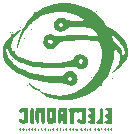
<source format=gbr>
%TF.GenerationSoftware,KiCad,Pcbnew,8.0.7*%
%TF.CreationDate,2025-03-15T06:07:22+02:00*%
%TF.ProjectId,power_supply,706f7765-725f-4737-9570-706c792e6b69,v1.0*%
%TF.SameCoordinates,Original*%
%TF.FileFunction,Legend,Bot*%
%TF.FilePolarity,Positive*%
%FSLAX46Y46*%
G04 Gerber Fmt 4.6, Leading zero omitted, Abs format (unit mm)*
G04 Created by KiCad (PCBNEW 8.0.7) date 2025-03-15 06:07:22*
%MOMM*%
%LPD*%
G01*
G04 APERTURE LIST*
%ADD10C,0.000000*%
G04 APERTURE END LIST*
D10*
%TO.C,G\u002A\u002A\u002A*%
G36*
X155261733Y-82914067D02*
G01*
X155219400Y-82956400D01*
X155177066Y-82914067D01*
X155219400Y-82871734D01*
X155261733Y-82914067D01*
G37*
G36*
X155431066Y-82914067D02*
G01*
X155388733Y-82956400D01*
X155346400Y-82914067D01*
X155388733Y-82871734D01*
X155431066Y-82914067D01*
G37*
G36*
X155431066Y-85200067D02*
G01*
X155388733Y-85242400D01*
X155346400Y-85200067D01*
X155388733Y-85157734D01*
X155431066Y-85200067D01*
G37*
G36*
X156108400Y-82490734D02*
G01*
X156066066Y-82533067D01*
X156023733Y-82490734D01*
X156066066Y-82448400D01*
X156108400Y-82490734D01*
G37*
G36*
X156447066Y-83422067D02*
G01*
X156404733Y-83464400D01*
X156362400Y-83422067D01*
X156404733Y-83379734D01*
X156447066Y-83422067D01*
G37*
G36*
X156701066Y-87401400D02*
G01*
X156658733Y-87443734D01*
X156616400Y-87401400D01*
X156658733Y-87359067D01*
X156701066Y-87401400D01*
G37*
G36*
X157039733Y-82660067D02*
G01*
X156997400Y-82702400D01*
X156955066Y-82660067D01*
X156997400Y-82617734D01*
X157039733Y-82660067D01*
G37*
G36*
X162119733Y-86724067D02*
G01*
X162077400Y-86766400D01*
X162035066Y-86724067D01*
X162077400Y-86681734D01*
X162119733Y-86724067D01*
G37*
G36*
X162543066Y-81136067D02*
G01*
X162500733Y-81178400D01*
X162458400Y-81136067D01*
X162500733Y-81093734D01*
X162543066Y-81136067D01*
G37*
G36*
X163897733Y-86808734D02*
G01*
X163855400Y-86851067D01*
X163813066Y-86808734D01*
X163855400Y-86766400D01*
X163897733Y-86808734D01*
G37*
G36*
X156609716Y-91119678D02*
G01*
X156603729Y-91205552D01*
X156565247Y-91230803D01*
X156548469Y-91200849D01*
X156558563Y-91068525D01*
X156589038Y-91029336D01*
X156609716Y-91119678D01*
G37*
G36*
X157625716Y-91119678D02*
G01*
X157619729Y-91205552D01*
X157581247Y-91230803D01*
X157564469Y-91200849D01*
X157574563Y-91068525D01*
X157605038Y-91029336D01*
X157625716Y-91119678D01*
G37*
G36*
X158641716Y-91119678D02*
G01*
X158635729Y-91205552D01*
X158597247Y-91230803D01*
X158580469Y-91200849D01*
X158590563Y-91068525D01*
X158621038Y-91029336D01*
X158641716Y-91119678D01*
G37*
G36*
X159742382Y-91119678D02*
G01*
X159736396Y-91205552D01*
X159697914Y-91230803D01*
X159681136Y-91200849D01*
X159691230Y-91068525D01*
X159721705Y-91029336D01*
X159742382Y-91119678D01*
G37*
G36*
X161774382Y-91119678D02*
G01*
X161768396Y-91205552D01*
X161729914Y-91230803D01*
X161713136Y-91200849D01*
X161723230Y-91068525D01*
X161753705Y-91029336D01*
X161774382Y-91119678D01*
G37*
G36*
X162953031Y-91084400D02*
G01*
X162941229Y-91200870D01*
X162910327Y-91190234D01*
X162899144Y-91151909D01*
X162910327Y-90978567D01*
X162939726Y-90964205D01*
X162953031Y-91084400D01*
G37*
G36*
X156062682Y-91014062D02*
G01*
X156108400Y-91126734D01*
X156098848Y-91185157D01*
X156023733Y-91253734D01*
X155984784Y-91239405D01*
X155939066Y-91126734D01*
X155948619Y-91068310D01*
X156023733Y-90999734D01*
X156062682Y-91014062D01*
G37*
G36*
X156358335Y-91014326D02*
G01*
X156418844Y-91126734D01*
X156405873Y-91185661D01*
X156305955Y-91253734D01*
X156253576Y-91239141D01*
X156193066Y-91126734D01*
X156206038Y-91067806D01*
X156305955Y-90999734D01*
X156358335Y-91014326D01*
G37*
G36*
X156832190Y-91013957D02*
G01*
X156870400Y-91126734D01*
X156862498Y-91184956D01*
X156799844Y-91253734D01*
X156767498Y-91239510D01*
X156729289Y-91126734D01*
X156737191Y-91068511D01*
X156799844Y-90999734D01*
X156832190Y-91013957D01*
G37*
G36*
X157078682Y-91014062D02*
G01*
X157124400Y-91126734D01*
X157114848Y-91185157D01*
X157039733Y-91253734D01*
X157000784Y-91239405D01*
X156955066Y-91126734D01*
X156964619Y-91068310D01*
X157039733Y-90999734D01*
X157078682Y-91014062D01*
G37*
G36*
X157332682Y-91014062D02*
G01*
X157378400Y-91126734D01*
X157368848Y-91185157D01*
X157293733Y-91253734D01*
X157254784Y-91239405D01*
X157209066Y-91126734D01*
X157218619Y-91068310D01*
X157293733Y-90999734D01*
X157332682Y-91014062D01*
G37*
G36*
X157835373Y-91014731D02*
G01*
X157917018Y-91126734D01*
X157931595Y-91191311D01*
X157892801Y-91253734D01*
X157852760Y-91238736D01*
X157771115Y-91126734D01*
X157756538Y-91062156D01*
X157795332Y-90999734D01*
X157835373Y-91014731D01*
G37*
G36*
X158179349Y-91014062D02*
G01*
X158225066Y-91126734D01*
X158215514Y-91185157D01*
X158140400Y-91253734D01*
X158101451Y-91239405D01*
X158055733Y-91126734D01*
X158065285Y-91068310D01*
X158140400Y-90999734D01*
X158179349Y-91014062D01*
G37*
G36*
X158460952Y-91013771D02*
G01*
X158479066Y-91126734D01*
X158469828Y-91185117D01*
X158397057Y-91253734D01*
X158362022Y-91235755D01*
X158363782Y-91126734D01*
X158391198Y-91065939D01*
X158445792Y-90999734D01*
X158460952Y-91013771D01*
G37*
G36*
X158864190Y-91013957D02*
G01*
X158902400Y-91126734D01*
X158894498Y-91184956D01*
X158831844Y-91253734D01*
X158799498Y-91239510D01*
X158761289Y-91126734D01*
X158769191Y-91068511D01*
X158831844Y-90999734D01*
X158864190Y-91013957D01*
G37*
G36*
X159195349Y-91014062D02*
G01*
X159241066Y-91126734D01*
X159231514Y-91185157D01*
X159156400Y-91253734D01*
X159117451Y-91239405D01*
X159071733Y-91126734D01*
X159081285Y-91068310D01*
X159156400Y-90999734D01*
X159195349Y-91014062D01*
G37*
G36*
X159450758Y-91014041D02*
G01*
X159495066Y-91126734D01*
X159491389Y-91184596D01*
X159461792Y-91253734D01*
X159439877Y-91238135D01*
X159379782Y-91126734D01*
X159366472Y-91061795D01*
X159413057Y-90999734D01*
X159450758Y-91014041D01*
G37*
G36*
X160020675Y-91017505D02*
G01*
X160033684Y-91126734D01*
X160001898Y-91186355D01*
X159909341Y-91253734D01*
X159874639Y-91239475D01*
X159833733Y-91126734D01*
X159848145Y-91067565D01*
X159958076Y-90999734D01*
X160020675Y-91017505D01*
G37*
G36*
X160296016Y-91014062D02*
G01*
X160341733Y-91126734D01*
X160332181Y-91185157D01*
X160257066Y-91253734D01*
X160218117Y-91239405D01*
X160172400Y-91126734D01*
X160181952Y-91068310D01*
X160257066Y-90999734D01*
X160296016Y-91014062D01*
G37*
G36*
X160550016Y-91014062D02*
G01*
X160595733Y-91126734D01*
X160586181Y-91185157D01*
X160511066Y-91253734D01*
X160472117Y-91239405D01*
X160426400Y-91126734D01*
X160435952Y-91068310D01*
X160511066Y-90999734D01*
X160550016Y-91014062D01*
G37*
G36*
X160853023Y-91014185D02*
G01*
X160906178Y-91126734D01*
X160894938Y-91185392D01*
X160807400Y-91253734D01*
X160761776Y-91239282D01*
X160708622Y-91126734D01*
X160719862Y-91068075D01*
X160807400Y-90999734D01*
X160853023Y-91014185D01*
G37*
G36*
X161220578Y-91014695D02*
G01*
X161303684Y-91126734D01*
X161313492Y-91197636D01*
X161228076Y-91253734D01*
X161170146Y-91239013D01*
X161103733Y-91126734D01*
X161112222Y-91068443D01*
X161179341Y-90999734D01*
X161220578Y-91014695D01*
G37*
G36*
X161566016Y-91014062D02*
G01*
X161611733Y-91126734D01*
X161602181Y-91185157D01*
X161527066Y-91253734D01*
X161488117Y-91239405D01*
X161442400Y-91126734D01*
X161451952Y-91068310D01*
X161527066Y-90999734D01*
X161566016Y-91014062D01*
G37*
G36*
X161996857Y-91013957D02*
G01*
X162035066Y-91126734D01*
X162027165Y-91184956D01*
X161964511Y-91253734D01*
X161932165Y-91239510D01*
X161893955Y-91126734D01*
X161901857Y-91068511D01*
X161964511Y-90999734D01*
X161996857Y-91013957D01*
G37*
G36*
X162412682Y-91014062D02*
G01*
X162458400Y-91126734D01*
X162448848Y-91185157D01*
X162373733Y-91253734D01*
X162334784Y-91239405D01*
X162289066Y-91126734D01*
X162298619Y-91068310D01*
X162373733Y-90999734D01*
X162412682Y-91014062D01*
G37*
G36*
X162729294Y-91014485D02*
G01*
X162797066Y-91126734D01*
X162782315Y-91185961D01*
X162670066Y-91253734D01*
X162610839Y-91238982D01*
X162543066Y-91126734D01*
X162557818Y-91067506D01*
X162670066Y-90999734D01*
X162729294Y-91014485D01*
G37*
G36*
X163259349Y-91014062D02*
G01*
X163305066Y-91126734D01*
X163295514Y-91185157D01*
X163220400Y-91253734D01*
X163181451Y-91239405D01*
X163135733Y-91126734D01*
X163145285Y-91068310D01*
X163220400Y-90999734D01*
X163259349Y-91014062D01*
G37*
G36*
X163513349Y-91014062D02*
G01*
X163559066Y-91126734D01*
X163549514Y-91185157D01*
X163474400Y-91253734D01*
X163435451Y-91239405D01*
X163389733Y-91126734D01*
X163399285Y-91068310D01*
X163474400Y-90999734D01*
X163513349Y-91014062D01*
G37*
G36*
X163767349Y-91014062D02*
G01*
X163813066Y-91126734D01*
X163803514Y-91185157D01*
X163728400Y-91253734D01*
X163689451Y-91239405D01*
X163643733Y-91126734D01*
X163653285Y-91068310D01*
X163728400Y-90999734D01*
X163767349Y-91014062D01*
G37*
G36*
X157084379Y-89308893D02*
G01*
X157151703Y-89342898D01*
X157189249Y-89443999D01*
X157205531Y-89646257D01*
X157209066Y-89983734D01*
X157208443Y-90162318D01*
X157199942Y-90431613D01*
X157174667Y-90581795D01*
X157124102Y-90646926D01*
X157039733Y-90661067D01*
X156995087Y-90658574D01*
X156927763Y-90624569D01*
X156890218Y-90523468D01*
X156873935Y-90321210D01*
X156870400Y-89983734D01*
X156871023Y-89805149D01*
X156879524Y-89535854D01*
X156904800Y-89385672D01*
X156955364Y-89320541D01*
X157039733Y-89306400D01*
X157084379Y-89308893D01*
G37*
G36*
X162993078Y-89339034D02*
G01*
X163029846Y-89434865D01*
X163046900Y-89637251D01*
X163051066Y-89977525D01*
X163051066Y-90661067D01*
X162748525Y-90661067D01*
X162609569Y-90655663D01*
X162488742Y-90613749D01*
X162474518Y-90512900D01*
X162508346Y-90435109D01*
X162628893Y-90364552D01*
X162639501Y-90364033D01*
X162709149Y-90312071D01*
X162746642Y-90153245D01*
X162759939Y-89856709D01*
X162761493Y-89763284D01*
X162779681Y-89506626D01*
X162825128Y-89371736D01*
X162908105Y-89321516D01*
X162929765Y-89318420D01*
X162993078Y-89339034D01*
G37*
G36*
X162373733Y-89988844D02*
G01*
X162373733Y-90671289D01*
X162056233Y-90645011D01*
X162049558Y-90644445D01*
X161815556Y-90593043D01*
X161738733Y-90491734D01*
X161761281Y-90424928D01*
X161886900Y-90389612D01*
X161970031Y-90383976D01*
X162035066Y-90283778D01*
X162019428Y-90221132D01*
X161908066Y-90153067D01*
X161834006Y-90121638D01*
X161781066Y-89983734D01*
X161800781Y-89887580D01*
X161881871Y-89835567D01*
X161941351Y-89823451D01*
X162015080Y-89708567D01*
X162014017Y-89621702D01*
X161914275Y-89560400D01*
X161849321Y-89544172D01*
X161781066Y-89433400D01*
X161781602Y-89421834D01*
X161858227Y-89333940D01*
X162077400Y-89306400D01*
X162373733Y-89306400D01*
X162373733Y-89988844D01*
G37*
G36*
X156684258Y-89890149D02*
G01*
X156690812Y-90154131D01*
X156684069Y-90407840D01*
X156663772Y-90551467D01*
X156554040Y-90634514D01*
X156299580Y-90645052D01*
X156152554Y-90626241D01*
X156008316Y-90561304D01*
X155954345Y-90428234D01*
X155969214Y-90280639D01*
X156095456Y-90237734D01*
X156196055Y-90256106D01*
X156298840Y-90343387D01*
X156314821Y-90347064D01*
X156335418Y-90230332D01*
X156349784Y-90004720D01*
X156350089Y-89841162D01*
X156326759Y-89637603D01*
X156279288Y-89560400D01*
X156257708Y-89563103D01*
X156193066Y-89645067D01*
X156176578Y-89685789D01*
X156060178Y-89729734D01*
X155976169Y-89696218D01*
X155954345Y-89539234D01*
X155989837Y-89426073D01*
X156096012Y-89363718D01*
X156320066Y-89348734D01*
X156658733Y-89348734D01*
X156684258Y-89890149D01*
G37*
G36*
X163813066Y-89977845D02*
G01*
X163812233Y-90187323D01*
X163802696Y-90442912D01*
X163774456Y-90585920D01*
X163717688Y-90652498D01*
X163622566Y-90678799D01*
X163582904Y-90682830D01*
X163381052Y-90656186D01*
X163208707Y-90575776D01*
X163135733Y-90471367D01*
X163167366Y-90434057D01*
X163305066Y-90407067D01*
X163403814Y-90383495D01*
X163474400Y-90280067D01*
X163459648Y-90220840D01*
X163347400Y-90153067D01*
X163273339Y-90121638D01*
X163220400Y-89983734D01*
X163243972Y-89884986D01*
X163347400Y-89814400D01*
X163406151Y-89805507D01*
X163471719Y-89726492D01*
X163431481Y-89615425D01*
X163296548Y-89533640D01*
X163176811Y-89474040D01*
X163181041Y-89397414D01*
X163304193Y-89333280D01*
X163521730Y-89306400D01*
X163813066Y-89306400D01*
X163813066Y-89977845D01*
G37*
G36*
X157741034Y-89322836D02*
G01*
X158098066Y-89348734D01*
X158123591Y-89890149D01*
X158130373Y-90154162D01*
X158124330Y-90405609D01*
X158105082Y-90546316D01*
X158072692Y-90596494D01*
X157931390Y-90661067D01*
X157896696Y-90655536D01*
X157838897Y-90587075D01*
X157809764Y-90414605D01*
X157801733Y-90105737D01*
X157794259Y-89847978D01*
X157765301Y-89649110D01*
X157717066Y-89602734D01*
X157679388Y-89679560D01*
X157645471Y-89885217D01*
X157632400Y-90164272D01*
X157630468Y-90342886D01*
X157613346Y-90547411D01*
X157569984Y-90636953D01*
X157490175Y-90646093D01*
X157413452Y-90601715D01*
X157350465Y-90451502D01*
X157313854Y-90165489D01*
X157305367Y-89998454D01*
X157308048Y-89708965D01*
X157331879Y-89504607D01*
X157337861Y-89481717D01*
X157394590Y-89362787D01*
X157511053Y-89317791D01*
X157741034Y-89322836D01*
G37*
G36*
X159061707Y-90154162D02*
G01*
X159055663Y-90405609D01*
X159036415Y-90546316D01*
X159032098Y-90555525D01*
X158905028Y-90632399D01*
X158660932Y-90661067D01*
X158644578Y-90661033D01*
X158460171Y-90647559D01*
X158346485Y-90588591D01*
X158289908Y-90453364D01*
X158276824Y-90211114D01*
X158288964Y-89936403D01*
X158563733Y-89936403D01*
X158566920Y-90040396D01*
X158596959Y-90255067D01*
X158648400Y-90364734D01*
X158677604Y-90363056D01*
X158718391Y-90243760D01*
X158733066Y-89988730D01*
X158727135Y-89831643D01*
X158696457Y-89636598D01*
X158648400Y-89560400D01*
X158623778Y-89576713D01*
X158580759Y-89710923D01*
X158563733Y-89936403D01*
X158288964Y-89936403D01*
X158293619Y-89831077D01*
X158325226Y-89297421D01*
X158677313Y-89323077D01*
X159029400Y-89348734D01*
X159054925Y-89890149D01*
X159057457Y-89988730D01*
X159061707Y-90154162D01*
G37*
G36*
X159985461Y-90004900D02*
G01*
X159991698Y-90186232D01*
X159993200Y-90446070D01*
X159973195Y-90588667D01*
X159923841Y-90648755D01*
X159837295Y-90661067D01*
X159777000Y-90655803D01*
X159685088Y-90581910D01*
X159654383Y-90385900D01*
X159644365Y-90110734D01*
X159590230Y-90363700D01*
X159515155Y-90544670D01*
X159384895Y-90645784D01*
X159353344Y-90650252D01*
X159290638Y-90630886D01*
X159258235Y-90539592D01*
X159249687Y-90344019D01*
X159258547Y-90011818D01*
X159270706Y-89687400D01*
X159495066Y-89687400D01*
X159504619Y-89745824D01*
X159579733Y-89814400D01*
X159618682Y-89800072D01*
X159664400Y-89687400D01*
X159654848Y-89628977D01*
X159579733Y-89560400D01*
X159540784Y-89574728D01*
X159495066Y-89687400D01*
X159270706Y-89687400D01*
X159283400Y-89348734D01*
X159622066Y-89348734D01*
X159960733Y-89348734D01*
X159973496Y-89687400D01*
X159985461Y-90004900D01*
G37*
G36*
X161611733Y-89933337D02*
G01*
X161611654Y-89965017D01*
X161602430Y-90269286D01*
X161580874Y-90499745D01*
X161551259Y-90608652D01*
X161542799Y-90615149D01*
X161407179Y-90645175D01*
X161191426Y-90643930D01*
X161076542Y-90629758D01*
X160922774Y-90565211D01*
X160865011Y-90428234D01*
X160863537Y-90415809D01*
X160906344Y-90271599D01*
X161024035Y-90232316D01*
X161146920Y-90323781D01*
X161188890Y-90376434D01*
X161255874Y-90368957D01*
X161291046Y-90221561D01*
X161287251Y-89953136D01*
X161275781Y-89822097D01*
X161246605Y-89661654D01*
X161190631Y-89622014D01*
X161084495Y-89670622D01*
X161071517Y-89678176D01*
X160936723Y-89729295D01*
X160873949Y-89666234D01*
X160848584Y-89623945D01*
X160715678Y-89560400D01*
X160699787Y-89561887D01*
X160637846Y-89623758D01*
X160605228Y-89797225D01*
X160595733Y-90110734D01*
X160591188Y-90394446D01*
X160569132Y-90567513D01*
X160518040Y-90643915D01*
X160426400Y-90661067D01*
X160339104Y-90646295D01*
X160285852Y-90574613D01*
X160262344Y-90408565D01*
X160257066Y-90110734D01*
X160246935Y-89844140D01*
X160216643Y-89638158D01*
X160172400Y-89560400D01*
X160135428Y-89548183D01*
X160087733Y-89439448D01*
X160120672Y-89380894D01*
X160240354Y-89343325D01*
X160474229Y-89323977D01*
X160849733Y-89318495D01*
X161611733Y-89318495D01*
X161611733Y-89933337D01*
G37*
G36*
X155264185Y-84071048D02*
G01*
X155350648Y-84403671D01*
X155426619Y-84494567D01*
X155533063Y-84512023D01*
X155570753Y-84494894D01*
X155573758Y-84539678D01*
X155581563Y-84650752D01*
X155713612Y-84805635D01*
X155942976Y-84973475D01*
X156237419Y-85131001D01*
X156564701Y-85254944D01*
X156671252Y-85285100D01*
X157157200Y-85390220D01*
X157692925Y-85463474D01*
X158251288Y-85505600D01*
X158805150Y-85517339D01*
X159327372Y-85499430D01*
X159715155Y-85460257D01*
X160990824Y-85460257D01*
X161022236Y-85513218D01*
X161146066Y-85581067D01*
X161155013Y-85580734D01*
X161272355Y-85504332D01*
X161324322Y-85353572D01*
X161279430Y-85214897D01*
X161228972Y-85185415D01*
X161101936Y-85211665D01*
X161002275Y-85320519D01*
X160990824Y-85460257D01*
X159715155Y-85460257D01*
X159790815Y-85452614D01*
X160168341Y-85377629D01*
X160432812Y-85275216D01*
X160557087Y-85146115D01*
X160605455Y-85038767D01*
X160799992Y-84852730D01*
X161067544Y-84773280D01*
X161360912Y-84808328D01*
X161632900Y-84965786D01*
X161687219Y-85029690D01*
X161769410Y-85270723D01*
X161765874Y-85353572D01*
X161757213Y-85556497D01*
X161649266Y-85816228D01*
X161517713Y-85927614D01*
X161265653Y-86002197D01*
X160992031Y-85988789D01*
X160770061Y-85881920D01*
X160711621Y-85838481D01*
X160550636Y-85800050D01*
X160297727Y-85838414D01*
X160292012Y-85839734D01*
X160001636Y-85881301D01*
X159589282Y-85908556D01*
X159100461Y-85921580D01*
X158580688Y-85920456D01*
X158075477Y-85905264D01*
X157630340Y-85876088D01*
X157290791Y-85833008D01*
X157212165Y-85818543D01*
X156907260Y-85761680D01*
X156707824Y-85719414D01*
X156563164Y-85677620D01*
X156422586Y-85622174D01*
X156235400Y-85538953D01*
X156149190Y-85501695D01*
X155930597Y-85419216D01*
X155794624Y-85385411D01*
X155757959Y-85378929D01*
X155736121Y-85312956D01*
X155745255Y-85292714D01*
X155699719Y-85242400D01*
X155689190Y-85241566D01*
X155552816Y-85163958D01*
X155375627Y-84994340D01*
X155198479Y-84781307D01*
X155062229Y-84573452D01*
X155007733Y-84419369D01*
X154988852Y-84298242D01*
X154923066Y-84226400D01*
X154842397Y-84289363D01*
X154842680Y-84458549D01*
X154912414Y-84699747D01*
X155038672Y-84978737D01*
X155208532Y-85261298D01*
X155409068Y-85513210D01*
X155589715Y-85670486D01*
X155953569Y-85903308D01*
X156403089Y-86128926D01*
X156891150Y-86324429D01*
X157370626Y-86466905D01*
X157438308Y-86481976D01*
X157854300Y-86551513D01*
X158331236Y-86603308D01*
X158778802Y-86627089D01*
X159146800Y-86630067D01*
X159392758Y-86618805D01*
X159554071Y-86583969D01*
X159673287Y-86516307D01*
X159792954Y-86406567D01*
X159861144Y-86344574D01*
X160147106Y-86193365D01*
X160429086Y-86190455D01*
X160671576Y-86329181D01*
X160839072Y-86602879D01*
X160847826Y-86628720D01*
X160879094Y-86829900D01*
X160885476Y-86870964D01*
X160807426Y-87105016D01*
X160688880Y-87286034D01*
X160576348Y-87387067D01*
X160411334Y-87428341D01*
X160114896Y-87418241D01*
X159871082Y-87319426D01*
X159805326Y-87282267D01*
X159524353Y-87216119D01*
X159085033Y-87192426D01*
X158689609Y-87174454D01*
X158023778Y-87090062D01*
X157338800Y-86948987D01*
X156951488Y-86837878D01*
X160101921Y-86837878D01*
X160121285Y-86981728D01*
X160257066Y-87020400D01*
X160264644Y-87020355D01*
X160395460Y-86978498D01*
X160411122Y-86829900D01*
X160366596Y-86711471D01*
X160257066Y-86639400D01*
X160172211Y-86680959D01*
X160103011Y-86829900D01*
X160101921Y-86837878D01*
X156951488Y-86837878D01*
X156697263Y-86764948D01*
X156161757Y-86551665D01*
X155729531Y-86325326D01*
X155394670Y-86098786D01*
X155118268Y-85836358D01*
X154847614Y-85495684D01*
X154771961Y-85387365D01*
X154652372Y-85166724D01*
X154597546Y-84933253D01*
X154584400Y-84609213D01*
X154585596Y-84490470D01*
X154612361Y-84192587D01*
X154672332Y-84013032D01*
X154941156Y-84013032D01*
X154951289Y-84113511D01*
X154976755Y-84126757D01*
X155007733Y-84057067D01*
X155001623Y-84012245D01*
X154951289Y-84000622D01*
X154941156Y-84013032D01*
X154672332Y-84013032D01*
X154692859Y-83951575D01*
X154851458Y-83682915D01*
X154969989Y-83515083D01*
X155125321Y-83326974D01*
X155231971Y-83236194D01*
X155277687Y-83205476D01*
X155290006Y-83095695D01*
X155271494Y-83057136D01*
X155297379Y-83055009D01*
X155324516Y-83062589D01*
X155464205Y-83019946D01*
X155661434Y-82906842D01*
X155772017Y-82834789D01*
X155971520Y-82728460D01*
X156057608Y-82720370D01*
X156019243Y-82806066D01*
X155845390Y-82981091D01*
X155530766Y-83325367D01*
X155327146Y-83703212D01*
X155266578Y-84057067D01*
X155264185Y-84071048D01*
G37*
G36*
X163488191Y-82449559D02*
G01*
X163805078Y-82658133D01*
X164082558Y-82824921D01*
X164471460Y-83135249D01*
X164802792Y-83485066D01*
X165025742Y-83825768D01*
X165092051Y-84002798D01*
X165158969Y-84407639D01*
X165150059Y-84606856D01*
X165140462Y-84821453D01*
X165035943Y-85166996D01*
X164968082Y-85286188D01*
X164678899Y-85667111D01*
X164321648Y-86010122D01*
X163957210Y-86253881D01*
X163601400Y-86431598D01*
X163820048Y-86239166D01*
X164102992Y-85955701D01*
X164371115Y-85561582D01*
X164488615Y-85181088D01*
X164452129Y-84827457D01*
X164258293Y-84513930D01*
X164026186Y-84268734D01*
X163971378Y-84873925D01*
X163929311Y-85209748D01*
X163749024Y-85942575D01*
X163462652Y-86586013D01*
X163081778Y-87110937D01*
X163055657Y-87140047D01*
X162949728Y-87293400D01*
X162936992Y-87386104D01*
X162951090Y-87411445D01*
X162884939Y-87443734D01*
X162824739Y-87462942D01*
X162656404Y-87569090D01*
X162450535Y-87737100D01*
X162266602Y-87888820D01*
X161696711Y-88237395D01*
X161037956Y-88499506D01*
X160341733Y-88652833D01*
X160286262Y-88658811D01*
X159932081Y-88664222D01*
X159498607Y-88634100D01*
X159056050Y-88575134D01*
X158674620Y-88494012D01*
X158622773Y-88478355D01*
X158316845Y-88350349D01*
X157955453Y-88157083D01*
X157580484Y-87925706D01*
X157233824Y-87683368D01*
X156957358Y-87457216D01*
X156792972Y-87274400D01*
X156763770Y-87224999D01*
X156748514Y-87168137D01*
X156829903Y-87217970D01*
X157020256Y-87380234D01*
X157108628Y-87457138D01*
X157333535Y-87629262D01*
X157502682Y-87704676D01*
X157659860Y-87705662D01*
X157681536Y-87706671D01*
X157680022Y-87773843D01*
X157718547Y-87847773D01*
X157886464Y-87941891D01*
X158147248Y-88043118D01*
X158464043Y-88138899D01*
X158799995Y-88216674D01*
X159118248Y-88263886D01*
X159184170Y-88269342D01*
X159895284Y-88240528D01*
X160575029Y-88061771D01*
X161204140Y-87750546D01*
X161763349Y-87324330D01*
X162233392Y-86800598D01*
X162595004Y-86196827D01*
X162828918Y-85530491D01*
X162915868Y-84819067D01*
X162914169Y-84498132D01*
X162887974Y-84128736D01*
X162826092Y-83883223D01*
X162720442Y-83734996D01*
X162562944Y-83657459D01*
X162470550Y-83640208D01*
X162193614Y-83615945D01*
X161810708Y-83600809D01*
X161362554Y-83594756D01*
X160889869Y-83597743D01*
X160433374Y-83609725D01*
X160033787Y-83630659D01*
X159731827Y-83660502D01*
X159489512Y-83705785D01*
X159455789Y-83712087D01*
X159276094Y-83786176D01*
X159197114Y-83892834D01*
X159148940Y-84003539D01*
X158950112Y-84212227D01*
X158680910Y-84311843D01*
X158392381Y-84290650D01*
X158135576Y-84136910D01*
X158029197Y-83981264D01*
X157977748Y-83700421D01*
X158004109Y-83597513D01*
X158419438Y-83597513D01*
X158422834Y-83755042D01*
X158495259Y-83848018D01*
X158648657Y-83881484D01*
X158783338Y-83790223D01*
X158789574Y-83705785D01*
X158702945Y-83591182D01*
X158568039Y-83520481D01*
X158451208Y-83543059D01*
X158419438Y-83597513D01*
X158004109Y-83597513D01*
X158050784Y-83415301D01*
X158241777Y-83184440D01*
X158352565Y-83106398D01*
X158474834Y-83058886D01*
X158622162Y-83078747D01*
X158860615Y-83163776D01*
X158929914Y-83188573D01*
X159237893Y-83261449D01*
X159478904Y-83260977D01*
X159646506Y-83230091D01*
X160063803Y-83184699D01*
X160560709Y-83158046D01*
X161078934Y-83151480D01*
X161560186Y-83166347D01*
X161946176Y-83203992D01*
X161993304Y-83211182D01*
X162289581Y-83250406D01*
X162507515Y-83269197D01*
X162602817Y-83263538D01*
X162602822Y-83263482D01*
X163834057Y-83263482D01*
X163852985Y-83443234D01*
X163872363Y-83499023D01*
X164005652Y-83712495D01*
X164201403Y-83915536D01*
X164265336Y-83970593D01*
X164463556Y-84168901D01*
X164592921Y-84338870D01*
X164617342Y-84390864D01*
X164690422Y-84625172D01*
X164743551Y-84903734D01*
X164792804Y-85284734D01*
X164851145Y-84988400D01*
X164876107Y-84606856D01*
X164772086Y-84195857D01*
X164519388Y-83788614D01*
X164109400Y-83366293D01*
X164066620Y-83329426D01*
X163904486Y-83225781D01*
X163834057Y-83263482D01*
X162602822Y-83263482D01*
X162606889Y-83220568D01*
X162549249Y-83074980D01*
X162437771Y-82887079D01*
X162303721Y-82714281D01*
X162179211Y-82629597D01*
X161868340Y-82535072D01*
X161414717Y-82475066D01*
X160832415Y-82452087D01*
X160752419Y-82451798D01*
X160438472Y-82458628D01*
X160235493Y-82487832D01*
X160094979Y-82551087D01*
X159968430Y-82660067D01*
X159711591Y-82826598D01*
X159397168Y-82861680D01*
X159090572Y-82739933D01*
X158975633Y-82604366D01*
X158903841Y-82349895D01*
X158907112Y-82306780D01*
X159292700Y-82306780D01*
X159380337Y-82399060D01*
X159506331Y-82438400D01*
X159629882Y-82418799D01*
X159664400Y-82279067D01*
X159639016Y-82173863D01*
X159504125Y-82109734D01*
X159449356Y-82115537D01*
X159324601Y-82191482D01*
X159292700Y-82306780D01*
X158907112Y-82306780D01*
X158924898Y-82072337D01*
X159042522Y-81841234D01*
X159229208Y-81731496D01*
X159487495Y-81687884D01*
X159741894Y-81714401D01*
X159918400Y-81813400D01*
X159966430Y-81853732D01*
X160118314Y-81904782D01*
X160379802Y-81932221D01*
X160780430Y-81940400D01*
X160951015Y-81938572D01*
X161242807Y-81925040D01*
X161435445Y-81901202D01*
X161493856Y-81870495D01*
X161491026Y-81866669D01*
X161386753Y-81790685D01*
X161176237Y-81667503D01*
X160901483Y-81521846D01*
X160489186Y-81350515D01*
X159791604Y-81199565D01*
X159061856Y-81192881D01*
X158338762Y-81333319D01*
X158271478Y-81354598D01*
X157950474Y-81476510D01*
X157655372Y-81617470D01*
X157419442Y-81758144D01*
X157275955Y-81879196D01*
X157258181Y-81961292D01*
X157257209Y-81985744D01*
X157151211Y-81995433D01*
X157056382Y-82011991D01*
X157010100Y-82136545D01*
X157008656Y-82215765D01*
X156974637Y-82242193D01*
X156896255Y-82241113D01*
X156779611Y-82328603D01*
X156686806Y-82453607D01*
X156673811Y-82557464D01*
X156688122Y-82591444D01*
X156634251Y-82586433D01*
X156585538Y-82585074D01*
X156467010Y-82690115D01*
X156323738Y-82905464D01*
X156173510Y-83198558D01*
X156034115Y-83536836D01*
X155923343Y-83887734D01*
X155913460Y-83924993D01*
X155844820Y-84150820D01*
X155795147Y-84257807D01*
X155774614Y-84223022D01*
X155778183Y-84120532D01*
X155834993Y-83774517D01*
X155946147Y-83363069D01*
X156093612Y-82947043D01*
X156259353Y-82587294D01*
X156400298Y-82357678D01*
X156638886Y-82026314D01*
X156889267Y-81724934D01*
X156904503Y-81708137D01*
X157089742Y-81485078D01*
X157205734Y-81309799D01*
X157227934Y-81218971D01*
X157211219Y-81193284D01*
X157269601Y-81210323D01*
X157314777Y-81218099D01*
X157483204Y-81170760D01*
X157698493Y-81053641D01*
X157969737Y-80892011D01*
X158669441Y-80606090D01*
X159424016Y-80456485D01*
X160199031Y-80445016D01*
X160960052Y-80573501D01*
X161672649Y-80843758D01*
X161720294Y-80868695D01*
X161982854Y-81026958D01*
X162280927Y-81231609D01*
X162578916Y-81455067D01*
X162841226Y-81669750D01*
X163032258Y-81848075D01*
X163116418Y-81962462D01*
X163242918Y-82200276D01*
X163320442Y-82279067D01*
X163488191Y-82449559D01*
G37*
%TD*%
M02*

</source>
